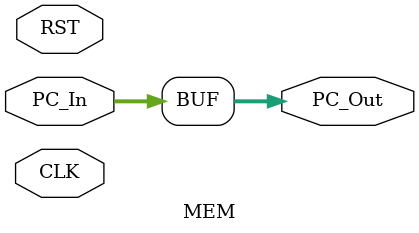
<source format=v>
module MEM(
	CLK,
	RST,
	PC_In,
	PC_Out
);

	input CLK,RST;
	input [31:0] PC_In;
	output [31:0] PC_Out;

	assign PC_Out = PC_In;

endmodule 

</source>
